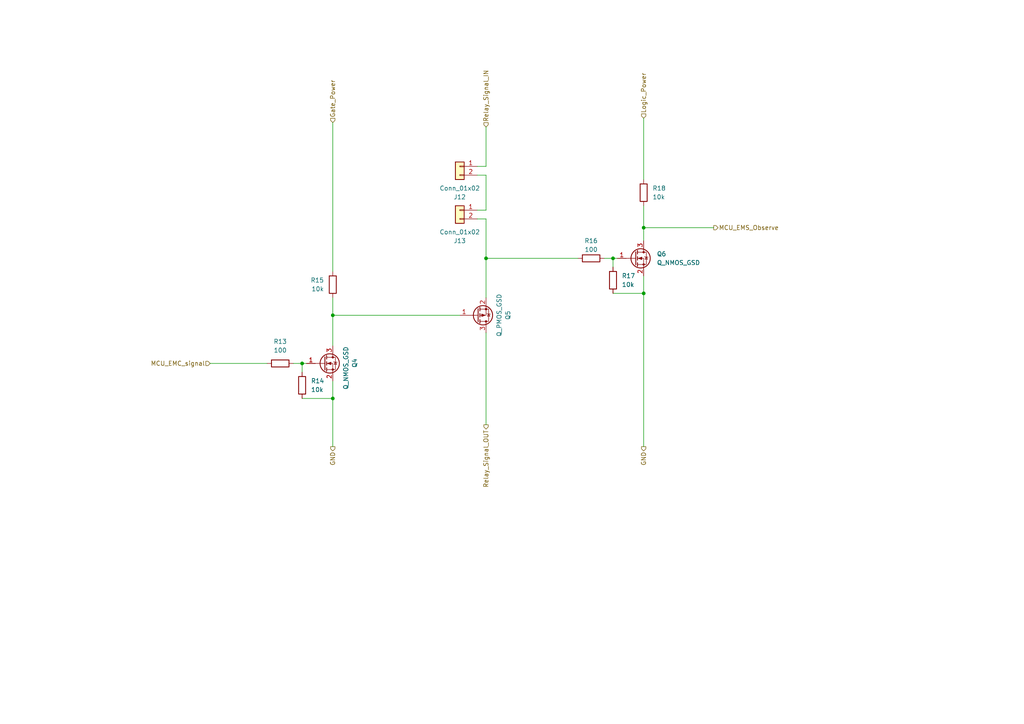
<source format=kicad_sch>
(kicad_sch (version 20230121) (generator eeschema)
  (paper "A4")
  (lib_symbols
    (symbol "Connector_Generic:Conn_01x02" (pin_names (offset 1.016) hide)
      (property "Reference" "J" (at 0 2.54 0))
      (property "Value" "Conn_01x02" (at 0 -5.08 0))
      (symbol "Conn_01x02_1_1"
        (rectangle (start -1.27 -2.413) (end 0 -2.667) (stroke (width 0.1524)))
        (rectangle (start -1.27 0.127) (end 0 -0.127) (stroke (width 0.1524)))
        (rectangle (start -1.27 1.27) (end 1.27 -3.81) (stroke (width 0.254)) (fill (type background)))
        (pin passive line (at -5.08 0 0) (length 3.81) (name "Pin_1") (number "1"))
        (pin passive line (at -5.08 -2.54 0) (length 3.81) (name "Pin_2") (number "2"))
      )
    )
    (symbol "Device:Q_NMOS_GSD" (pin_names (offset 0) hide)
      (property "Reference" "Q" (at 5.08 1.27 0))
      (property "Value" "Q_NMOS_GSD" (at 5.08 -1.27 0))
      (symbol "Q_NMOS_GSD_0_1"
        (polyline (pts (xy 0.254 0) (xy -2.54 0)))
        (polyline (pts (xy 0.254 1.905) (xy 0.254 -1.905)) (stroke (width 0.254)))
        (polyline (pts (xy 0.762 -1.27) (xy 0.762 -2.286)) (stroke (width 0.254)))
        (polyline (pts (xy 0.762 0.508) (xy 0.762 -0.508)) (stroke (width 0.254)))
        (polyline (pts (xy 0.762 2.286) (xy 0.762 1.27)) (stroke (width 0.254)))
        (polyline (pts (xy 2.54 2.54) (xy 2.54 1.778)))
        (polyline (pts (xy 2.54 -2.54) (xy 2.54 0) (xy 0.762 0)))
        (polyline (pts (xy 0.762 -1.778) (xy 3.302 -1.778) (xy 3.302 1.778) (xy 0.762 1.778)))
        (polyline (pts (xy 1.016 0) (xy 2.032 0.381) (xy 2.032 -0.381) (xy 1.016 0)) (fill (type outline)))
        (polyline (pts (xy 2.794 0.508) (xy 2.921 0.381) (xy 3.683 0.381) (xy 3.81 0.254)))
        (polyline (pts (xy 3.302 0.381) (xy 2.921 -0.254) (xy 3.683 -0.254) (xy 3.302 0.381)))
        (circle (center 1.651 0) (radius 2.794) (stroke (width 0.254)))
        (circle (center 2.54 -1.778) (radius 0.254) (fill (type outline)))
        (circle (center 2.54 1.778) (radius 0.254) (fill (type outline)))
      )
      (symbol "Q_NMOS_GSD_1_1"
        (pin input line (at -5.08 0 0) (length 2.54) (name "G") (number "1"))
        (pin passive line (at 2.54 -5.08 90) (length 2.54) (name "S") (number "2"))
        (pin passive line (at 2.54 5.08 270) (length 2.54) (name "D") (number "3"))
      )
    )
    (symbol "Device:Q_PMOS_GSD" (pin_names (offset 0) hide)
      (property "Reference" "Q" (at 5.08 1.27 0))
      (property "Value" "Q_PMOS_GSD" (at 5.08 -1.27 0))
      (symbol "Q_PMOS_GSD_0_1"
        (polyline (pts (xy 0.254 0) (xy -2.54 0)))
        (polyline (pts (xy 0.254 1.905) (xy 0.254 -1.905)) (stroke (width 0.254)))
        (polyline (pts (xy 0.762 -1.27) (xy 0.762 -2.286)) (stroke (width 0.254)))
        (polyline (pts (xy 0.762 0.508) (xy 0.762 -0.508)) (stroke (width 0.254)))
        (polyline (pts (xy 0.762 2.286) (xy 0.762 1.27)) (stroke (width 0.254)))
        (polyline (pts (xy 2.54 2.54) (xy 2.54 1.778)))
        (polyline (pts (xy 2.54 -2.54) (xy 2.54 0) (xy 0.762 0)))
        (polyline (pts (xy 0.762 1.778) (xy 3.302 1.778) (xy 3.302 -1.778) (xy 0.762 -1.778)))
        (polyline (pts (xy 2.286 0) (xy 1.27 0.381) (xy 1.27 -0.381) (xy 2.286 0)) (fill (type outline)))
        (polyline (pts (xy 2.794 -0.508) (xy 2.921 -0.381) (xy 3.683 -0.381) (xy 3.81 -0.254)))
        (polyline (pts (xy 3.302 -0.381) (xy 2.921 0.254) (xy 3.683 0.254) (xy 3.302 -0.381)))
        (circle (center 1.651 0) (radius 2.794) (stroke (width 0.254)))
        (circle (center 2.54 -1.778) (radius 0.254) (fill (type outline)))
        (circle (center 2.54 1.778) (radius 0.254) (fill (type outline)))
      )
      (symbol "Q_PMOS_GSD_1_1"
        (pin input line (at -5.08 0 0) (length 2.54) (name "G") (number "1"))
        (pin passive line (at 2.54 -5.08 90) (length 2.54) (name "S") (number "2"))
        (pin passive line (at 2.54 5.08 270) (length 2.54) (name "D") (number "3"))
      )
    )
    (symbol "Device:R" (pin_numbers hide) (pin_names (offset 0))
      (property "Reference" "R" (at 2.032 0 90))
      (property "Value" "R" (at 0 0 90))
      (symbol "R_0_1"
        (rectangle (start -1.016 -2.54) (end 1.016 2.54) (stroke (width 0.254)))
      )
      (symbol "R_1_1"
        (pin passive line (at 0 3.81 270) (length 1.27) (name "~") (number "1"))
        (pin passive line (at 0 -3.81 90) (length 1.27) (name "~") (number "2"))
      )
    )
  )
  (junction (at 96.52 115.57))
  (junction (at 87.63 105.41))
  (junction (at 96.52 91.44))
  (junction (at 140.97 74.93))
  (junction (at 177.8 74.93))
  (junction (at 186.69 66.04))
  (junction (at 186.69 85.09))
  (wire (pts (xy 140.97 48.26) (xy 138.43 48.26)))
  (wire (pts (xy 96.52 115.57) (xy 87.63 115.57)))
  (wire (pts (xy 96.52 129.54) (xy 96.52 115.57)))
  (wire (pts (xy 177.8 74.93) (xy 179.07 74.93)))
  (wire (pts (xy 96.52 91.44) (xy 133.35 91.44)))
  (wire (pts (xy 87.63 105.41) (xy 88.9 105.41)))
  (wire (pts (xy 140.97 74.93) (xy 167.64 74.93)))
  (wire (pts (xy 186.69 129.54) (xy 186.69 85.09)))
  (wire (pts (xy 96.52 91.44) (xy 96.52 100.33)))
  (wire (pts (xy 140.97 74.93) (xy 140.97 86.36)))
  (wire (pts (xy 96.52 35.56) (xy 96.52 78.74)))
  (wire (pts (xy 85.09 105.41) (xy 87.63 105.41)))
  (wire (pts (xy 186.69 85.09) (xy 177.8 85.09)))
  (wire (pts (xy 96.52 110.49) (xy 96.52 115.57)))
  (wire (pts (xy 87.63 105.41) (xy 87.63 107.95)))
  (wire (pts (xy 186.69 66.04) (xy 186.69 69.85)))
  (wire (pts (xy 138.43 50.8) (xy 140.97 50.8)))
  (wire (pts (xy 207.01 66.04) (xy 186.69 66.04)))
  (wire (pts (xy 138.43 63.5) (xy 140.97 63.5)))
  (wire (pts (xy 186.69 34.29) (xy 186.69 52.07)))
  (wire (pts (xy 140.97 50.8) (xy 140.97 60.96)))
  (wire (pts (xy 186.69 80.01) (xy 186.69 85.09)))
  (wire (pts (xy 140.97 36.83) (xy 140.97 48.26)))
  (wire (pts (xy 96.52 86.36) (xy 96.52 91.44)))
  (wire (pts (xy 186.69 59.69) (xy 186.69 66.04)))
  (wire (pts (xy 140.97 63.5) (xy 140.97 74.93)))
  (wire (pts (xy 140.97 96.52) (xy 140.97 123.19)))
  (wire (pts (xy 177.8 74.93) (xy 177.8 77.47)))
  (wire (pts (xy 140.97 60.96) (xy 138.43 60.96)))
  (wire (pts (xy 60.96 105.41) (xy 77.47 105.41)))
  (wire (pts (xy 175.26 74.93) (xy 177.8 74.93)))
  (hierarchical_label "GND" (shape output) (at 186.69 129.54 270))
  (hierarchical_label "Logic_Power" (shape input) (at 186.69 34.29 90))
  (hierarchical_label "Relay_Signal_OUT" (shape output) (at 140.97 123.19 270))
  (hierarchical_label "MCU_EMC_signal" (shape input) (at 60.96 105.41 180))
  (hierarchical_label "GND" (shape output) (at 96.52 129.54 270))
  (hierarchical_label "MCU_EMS_Observe" (shape output) (at 207.01 66.04 0))
  (hierarchical_label "Relay_Signal_IN" (shape input) (at 140.97 36.83 90))
  (hierarchical_label "Gate_Power" (shape input) (at 96.52 35.56 90))
  (symbol (lib_id "Device:R") (at 171.45 74.93 270) (unit 1)
    (property "Reference" "R16" (at 171.45 69.85 90))
    (property "Value" "100" (at 171.45 72.39 90))
    (property "Footprint" "Resistor_SMD:R_0603_1608Metric_Pad0.98x0.95mm_HandSolder" (effects hide))
  )
  (symbol (lib_id "Device:Q_NMOS_GSD") (at 93.98 105.41 0) (unit 1)
    (property "Reference" "Q4" (at 102.87 106.68 90) (effects (justify left)))
    (property "Value" "Q_NMOS_GSD" (at 100.33 113.03 90) (effects (justify left)))
    (property "Footprint" "Package_TO_SOT_SMD:SOT-23" (effects hide))
  )
  (symbol (lib_id "Device:R") (at 96.52 82.55 0) (unit 1)
    (property "Reference" "R15" (at 93.98 81.28 0) (effects (justify right)))
    (property "Value" "10k" (at 93.98 83.82 0) (effects (justify right)))
    (property "Footprint" "Resistor_SMD:R_0603_1608Metric_Pad0.98x0.95mm_HandSolder" (effects hide))
  )
  (symbol (lib_id "Device:Q_PMOS_GSD") (at 138.43 91.44 0) (mirror x) (unit 1)
    (property "Reference" "Q5" (at 147.32 91.44 90))
    (property "Value" "Q_PMOS_GSD" (at 144.78 91.44 90))
    (property "Footprint" "Package_TO_SOT_THT:TO-3P-3_Vertical" (effects hide))
  )
  (symbol (lib_id "Device:R") (at 81.28 105.41 270) (unit 1)
    (property "Reference" "R13" (at 81.28 99.06 90))
    (property "Value" "100" (at 81.28 101.6 90))
    (property "Footprint" "Resistor_SMD:R_0603_1608Metric_Pad0.98x0.95mm_HandSolder" (effects hide))
  )
  (symbol (lib_id "Connector_Generic:Conn_01x02") (at 133.35 60.96 0) (mirror y) (unit 1)
    (property "Reference" "J13" (at 133.35 69.85 0))
    (property "Value" "Conn_01x02" (at 133.35 67.31 0))
    (property "Footprint" "Connector_JST:JST_XA_B02B-XASK-1_1x02_P2.50mm_Vertical" (effects hide))
  )
  (symbol (lib_id "Connector_Generic:Conn_01x02") (at 133.35 48.26 0) (mirror y) (unit 1)
    (property "Reference" "J12" (at 133.35 57.15 0))
    (property "Value" "Conn_01x02" (at 133.35 54.61 0))
    (property "Footprint" "Connector_JST:JST_XA_B02B-XASK-1_1x02_P2.50mm_Vertical" (effects hide))
  )
  (symbol (lib_id "Device:Q_NMOS_GSD") (at 184.15 74.93 0) (unit 1)
    (property "Reference" "Q6" (at 190.5 73.66 0) (effects (justify left)))
    (property "Value" "Q_NMOS_GSD" (at 190.5 76.2 0) (effects (justify left)))
    (property "Footprint" "Package_TO_SOT_SMD:SOT-23" (effects hide))
  )
  (symbol (lib_id "Device:R") (at 177.8 81.28 0) (mirror y) (unit 1)
    (property "Reference" "R17" (at 180.34 80.01 0) (effects (justify right)))
    (property "Value" "10k" (at 180.34 82.55 0) (effects (justify right)))
    (property "Footprint" "Resistor_SMD:R_0603_1608Metric_Pad0.98x0.95mm_HandSolder" (effects hide))
  )
  (symbol (lib_id "Device:R") (at 186.69 55.88 0) (mirror y) (unit 1)
    (property "Reference" "R18" (at 189.23 54.61 0) (effects (justify right)))
    (property "Value" "10k" (at 189.23 57.15 0) (effects (justify right)))
    (property "Footprint" "Resistor_SMD:R_0603_1608Metric_Pad0.98x0.95mm_HandSolder" (effects hide))
  )
  (symbol (lib_id "Device:R") (at 87.63 111.76 0) (mirror y) (unit 1)
    (property "Reference" "R14" (at 90.17 110.49 0) (effects (justify right)))
    (property "Value" "10k" (at 90.17 113.03 0) (effects (justify right)))
    (property "Footprint" "Resistor_SMD:R_0603_1608Metric_Pad0.98x0.95mm_HandSolder" (effects hide))
  )
)
</source>
